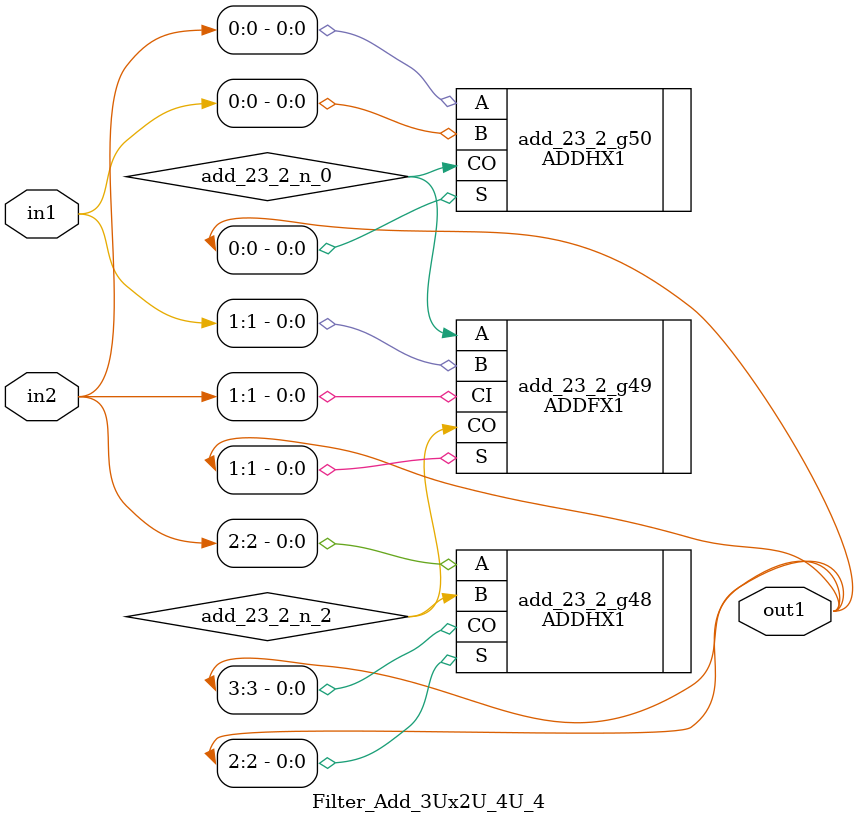
<source format=v>
`timescale 1ps / 1ps


module Filter_Add_3Ux2U_4U_4(in2, in1, out1);
  input [2:0] in2;
  input [1:0] in1;
  output [3:0] out1;
  wire [2:0] in2;
  wire [1:0] in1;
  wire [3:0] out1;
  wire add_23_2_n_0, add_23_2_n_2;
  ADDHX1 add_23_2_g48(.A (in2[2]), .B (add_23_2_n_2), .CO (out1[3]), .S
       (out1[2]));
  ADDFX1 add_23_2_g49(.A (add_23_2_n_0), .B (in1[1]), .CI (in2[1]), .CO
       (add_23_2_n_2), .S (out1[1]));
  ADDHX1 add_23_2_g50(.A (in2[0]), .B (in1[0]), .CO (add_23_2_n_0), .S
       (out1[0]));
endmodule



</source>
